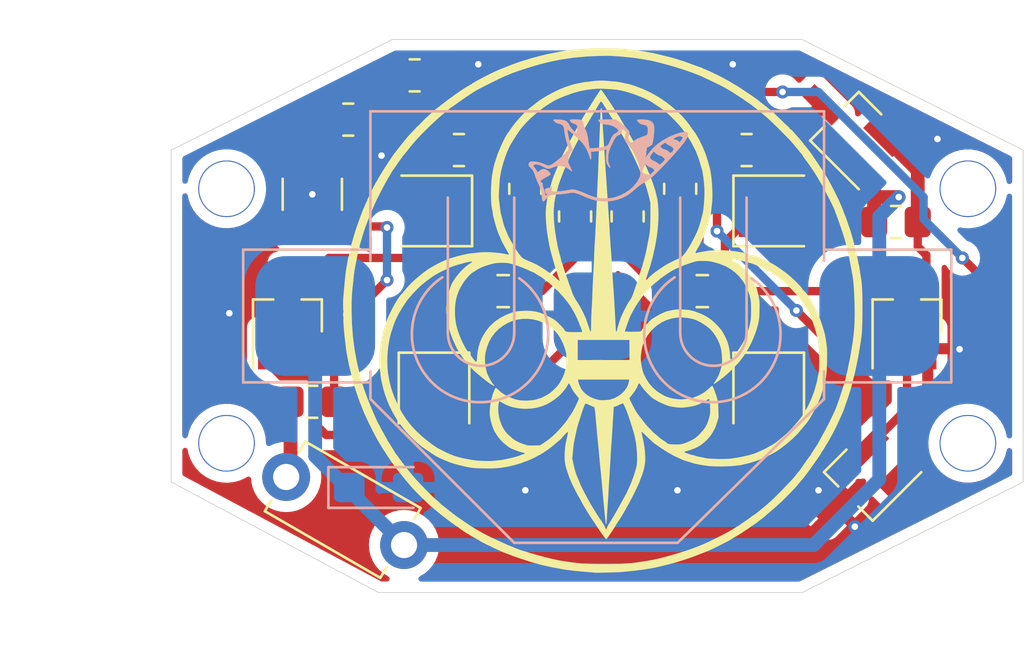
<source format=kicad_pcb>
(kicad_pcb (version 20211014) (generator pcbnew)
  (layers (0 "F.Cu" signal "Front") (31 "B.Cu" signal "Back") (34 "B.Paste" user) (35 "F.Paste" user) (36 "B.SilkS" user "B.Silkscreen") (37 "F.SilkS" user "F.Silkscreen") (38 "B.Mask" user) (39 "F.Mask" user) (44 "Edge.Cuts" user))
  (net 0 "")
  (net 1 "GND")
  (net 2 "Net-(C1-Pad1)")
  (net 3 "Net-(C1-Pad2)")
  (net 4 "Net-(C2-Pad1)")
  (net 5 "Net-(C2-Pad2)")
  (net 6 "Net-(D1-Pad2)")
  (net 7 "Net-(D2-Pad2)")
  (net 8 "Net-(D3-Pad2)")
  (net 9 "Net-(D4-Pad2)")
  (net 10 "Net-(BT1-Pad1)")
  (net 11 "Net-(C4-Pad1)")
  (net 12 "Net-(Q3-Pad1)")
  (net 13 "Net-(Q3-Pad2)")
  (net 14 "Net-(Q4-Pad3)")
  (net 15 "Net-(R7-Pad2)")
  (footprint "Resistor_SMD:R_0805_2012Metric_Pad1.20x1.40mm_HandSolder" (layer "F.Cu") (at 54.737 43.688 90)
    (fp_text reference "R3" hide)
    (fp_text value "10k")
    (pad "1" smd roundrect locked (at -1 0 90) (size 1.2 1.4) (layers "F.Cu" "F.Paste" "F.Mask") (roundrect_rratio 0.208333) (net 3 "Net-(C1-Pad2)"))
    (pad "2" smd roundrect locked (at 1 0 90) (size 1.2 1.4) (layers "F.Cu" "F.Paste" "F.Mask") (roundrect_rratio 0.208333) (net 14 "Net-(Q4-Pad3)"))
  )
  (footprint "Resistor_SMD:R_0805_2012Metric_Pad1.20x1.40mm_HandSolder" (layer "F.Cu") (at 44.323 39.243 180)
    (fp_text reference "R8" hide)
    (fp_text value "22k")
    (pad "1" smd roundrect locked (at -1 0 180) (size 1.2 1.4) (layers "F.Cu" "F.Paste" "F.Mask") (roundrect_rratio 0.208333) (net 12 "Net-(Q3-Pad1)"))
    (pad "2" smd roundrect locked (at 1 0 180) (size 1.2 1.4) (layers "F.Cu" "F.Paste" "F.Mask") (roundrect_rratio 0.208333) (net 11 "Net-(C4-Pad1)"))
  )
  (footprint "LED_SMD:LED_Luminus_MP-3030-1100_3.0x3.0mm" (layer "F.Cu") (at 63.627 51.562 -90)
    (fp_text reference "D4" hide)
    (fp_text value "LED_Small")
    (pad "1" smd rect (at -0.575 0 270) (size 1.6 2.4) (layers "F.Cu" "F.Mask") (net 4 "Net-(C2-Pad1)"))
    (pad "2" smd rect (at 1.375 0 270) (size 0.6 0.5) (layers "F.Cu" "F.Mask") (net 9 "Net-(D4-Pad2)"))
    (pad "2" smd rect (at 1.075 0 270) (size 0.6 2.4) (layers "F.Cu" "F.Mask") (net 9 "Net-(D4-Pad2)"))
  )
  (footprint "Resistor_SMD:R_0805_2012Metric_Pad1.20x1.40mm_HandSolder" (layer "F.Cu") (at 47.371 37.211 180)
    (fp_text reference "R9" hide)
    (fp_text value "100k")
    (pad "1" smd roundrect locked (at -1 0 180) (size 1.2 1.4) (layers "F.Cu" "F.Paste" "F.Mask") (roundrect_rratio 0.208333) (net 1 "GND"))
    (pad "2" smd roundrect locked (at 1 0 180) (size 1.2 1.4) (layers "F.Cu" "F.Paste" "F.Mask") (roundrect_rratio 0.208333) (net 12 "Net-(Q3-Pad1)"))
  )
  (footprint "LOGO" (layer "F.Cu") (at 55.967478 47.695688)
    (fp_text reference "G***" hide)
    (fp_text value "LOGO" hide)
  )
  (footprint "Package_TO_SOT_SMD:SOT-23_Handsoldering" (layer "F.Cu") (at 69.977 48.26 90)
    (fp_text reference "Q2" hide)
    (fp_text value "Q_NPN_BEC (BC817K40E6327HTSA1)")
    (pad "1" smd rect locked (at -1.5 -0.95 90) (size 1.9 0.8) (layers "F.Cu" "F.Paste" "F.Mask") (net 3 "Net-(C1-Pad2)"))
    (pad "2" smd rect locked (at -1.5 0.95 90) (size 1.9 0.8) (layers "F.Cu" "F.Paste" "F.Mask") (net 1 "GND"))
    (pad "3" smd rect locked (at 1.5 0 90) (size 1.9 0.8) (layers "F.Cu" "F.Paste" "F.Mask") (net 4 "Net-(C2-Pad1)"))
  )
  (footprint "Resistor_SMD:R_0805_2012Metric_Pad1.20x1.40mm_HandSolder" (layer "F.Cu") (at 69.469 43.942 180)
    (fp_text reference "R10" hide)
    (fp_text value "1k")
    (pad "1" smd roundrect locked (at -1 0 180) (size 1.2 1.4) (layers "F.Cu" "F.Paste" "F.Mask") (roundrect_rratio 0.208333) (net 13 "Net-(Q3-Pad2)"))
    (pad "2" smd roundrect locked (at 1 0 180) (size 1.2 1.4) (layers "F.Cu" "F.Paste" "F.Mask") (roundrect_rratio 0.208333) (net 10 "Net-(BT1-Pad1)"))
  )
  (footprint "Resistor_SMD:R_0805_2012Metric_Pad1.20x1.40mm_HandSolder" (layer "F.Cu") (at 42.672 52.197 180)
    (fp_text reference "R7" hide)
    (fp_text value "47")
    (pad "1" smd roundrect locked (at -1 0 180) (size 1.2 1.4) (layers "F.Cu" "F.Paste" "F.Mask") (roundrect_rratio 0.208333) (net 11 "Net-(C4-Pad1)"))
    (pad "2" smd roundrect locked (at 1 0 180) (size 1.2 1.4) (layers "F.Cu" "F.Paste" "F.Mask") (roundrect_rratio 0.208333) (net 15 "Net-(R7-Pad2)"))
  )
  (footprint "Capacitor_SMD:C_0805_2012Metric_Pad1.18x1.45mm_HandSolder" (layer "F.Cu") (at 51.435 47.117)
    (fp_text reference "C1" hide)
    (fp_text value "1u")
    (pad "1" smd roundrect locked (at -1.0375 0) (size 1.175 1.45) (layers "F.Cu" "F.Paste" "F.Mask") (roundrect_rratio 0.212766) (net 2 "Net-(C1-Pad1)"))
    (pad "2" smd roundrect locked (at 1.0375 0) (size 1.175 1.45) (layers "F.Cu" "F.Paste" "F.Mask") (roundrect_rratio 0.212766) (net 3 "Net-(C1-Pad2)"))
  )
  (footprint "Resistor_SMD:R_0805_2012Metric_Pad1.20x1.40mm_HandSolder" (layer "F.Cu") (at 59.563 42.418 90)
    (fp_text reference "R6" hide)
    (fp_text value "100")
    (pad "1" smd roundrect locked (at -1 0 90) (size 1.2 1.4) (layers "F.Cu" "F.Paste" "F.Mask") (roundrect_rratio 0.208333) (net 9 "Net-(D4-Pad2)"))
    (pad "2" smd roundrect locked (at 1 0 90) (size 1.2 1.4) (layers "F.Cu" "F.Paste" "F.Mask") (roundrect_rratio 0.208333) (net 14 "Net-(Q4-Pad3)"))
  )
  (footprint "Resistor_SMD:R_0805_2012Metric_Pad1.20x1.40mm_HandSolder" (layer "F.Cu") (at 57.15 43.688 90)
    (fp_text reference "R4" hide)
    (fp_text value "10k")
    (pad "1" smd roundrect locked (at -1 0 90) (size 1.2 1.4) (layers "F.Cu" "F.Paste" "F.Mask") (roundrect_rratio 0.208333) (net 5 "Net-(C2-Pad2)"))
    (pad "2" smd roundrect locked (at 1 0 90) (size 1.2 1.4) (layers "F.Cu" "F.Paste" "F.Mask") (roundrect_rratio 0.208333) (net 14 "Net-(Q4-Pad3)"))
  )
  (footprint "Resistor_SMD:R_0805_2012Metric_Pad1.20x1.40mm_HandSolder" (layer "F.Cu") (at 62.611 40.64 180)
    (fp_text reference "R5" hide)
    (fp_text value "100")
    (pad "1" smd roundrect locked (at -1 0 180) (size 1.2 1.4) (layers "F.Cu" "F.Paste" "F.Mask") (roundrect_rratio 0.208333) (net 8 "Net-(D3-Pad2)"))
    (pad "2" smd roundrect locked (at 1 0 180) (size 1.2 1.4) (layers "F.Cu" "F.Paste" "F.Mask") (roundrect_rratio 0.208333) (net 14 "Net-(Q4-Pad3)"))
  )
  (footprint "Capacitor_SMD:C_1210_3225Metric" (layer "F.Cu") (at 42.672 42.672 90)
    (fp_text reference "C4" hide)
    (fp_text value "100u")
    (pad "1" smd roundrect locked (at -1.475 0 90) (size 1.15 2.7) (layers "F.Cu" "F.Paste" "F.Mask") (roundrect_rratio 0.217391) (net 11 "Net-(C4-Pad1)"))
    (pad "2" smd roundrect locked (at 1.475 0 90) (size 1.15 2.7) (layers "F.Cu" "F.Paste" "F.Mask") (roundrect_rratio 0.217391) (net 1 "GND"))
  )
  (footprint "Package_TO_SOT_SMD:SOT-23_Handsoldering" (layer "F.Cu") (at 41.529 48.26 90)
    (fp_text reference "Q1" hide)
    (fp_text value "Q_NPN_BEC (BC817K40E6327HTSA1)")
    (pad "1" smd rect locked (at -1.5 -0.95 90) (size 1.9 0.8) (layers "F.Cu" "F.Paste" "F.Mask") (net 5 "Net-(C2-Pad2)"))
    (pad "2" smd rect locked (at -1.5 0.95 90) (size 1.9 0.8) (layers "F.Cu" "F.Paste" "F.Mask") (net 1 "GND"))
    (pad "3" smd rect locked (at 1.5 0 90) (size 1.9 0.8) (layers "F.Cu" "F.Paste" "F.Mask") (net 2 "Net-(C1-Pad1)"))
  )
  (footprint "Package_TO_SOT_SMD:SOT-23_Handsoldering" (layer "F.Cu") (at 67.183 39.624 135)
    (fp_text reference "Q4" hide)
    (fp_text value "Q_PMOS_DGS")
    (pad "1" smd rect locked (at -1.5 -0.95 135) (size 1.9 0.8) (layers "F.Cu" "F.Paste" "F.Mask") (net 10 "Net-(BT1-Pad1)"))
    (pad "2" smd rect locked (at -1.5 0.95 135) (size 1.9 0.8) (layers "F.Cu" "F.Paste" "F.Mask") (net 13 "Net-(Q3-Pad2)"))
    (pad "3" smd rect locked (at 1.5 0 135) (size 1.9 0.8) (layers "F.Cu" "F.Paste" "F.Mask") (net 14 "Net-(Q4-Pad3)"))
  )
  (footprint "Package_TO_SOT_SMD:SOT-23_Handsoldering" (layer "F.Cu") (at 67.818 56.007 -135)
    (fp_text reference "Q3" hide)
    (fp_text value "NPN_Darlington")
    (pad "1" smd rect locked (at -1.5 -0.95 225) (size 1.9 0.8) (layers "F.Cu" "F.Paste" "F.Mask") (net 12 "Net-(Q3-Pad1)"))
    (pad "2" smd rect locked (at -1.5 0.95 225) (size 1.9 0.8) (layers "F.Cu" "F.Paste" "F.Mask") (net 13 "Net-(Q3-Pad2)"))
    (pad "3" smd rect locked (at 1.5 0 225) (size 1.9 0.8) (layers "F.Cu" "F.Paste" "F.Mask") (net 1 "GND"))
  )
  (footprint "Button_Switch_SMD:SW_SPST_CK_RS282G05A3" (layer "F.Cu") (at 44.069 57.15 -30)
    (fp_text reference "SW1" hide)
    (fp_text value "GO")
    (pad "1" thru_hole circle (at -3 0 330) (size 2.2 2.2) (drill 1.2) (layers *.Cu *.Mask) (net 15 "Net-(R7-Pad2)"))
    (pad "2" thru_hole circle (at 3.25 0 330) (size 2.2 2.2) (drill 1.2) (layers *.Cu *.Mask) (net 10 "Net-(BT1-Pad1)"))
  )
  (footprint "Resistor_SMD:R_0805_2012Metric_Pad1.20x1.40mm_HandSolder" (layer "F.Cu") (at 49.403 40.64)
    (fp_text reference "R2" hide)
    (fp_text value "100")
    (pad "1" smd roundrect locked (at -1 0) (size 1.2 1.4) (layers "F.Cu" "F.Paste" "F.Mask") (roundrect_rratio 0.208333) (net 7 "Net-(D2-Pad2)"))
    (pad "2" smd roundrect locked (at 1 0) (size 1.2 1.4) (layers "F.Cu" "F.Paste" "F.Mask") (roundrect_rratio 0.208333) (net 14 "Net-(Q4-Pad3)"))
  )
  (footprint "LED_SMD:LED_Luminus_MP-3030-1100_3.0x3.0mm" (layer "F.Cu") (at 48.387 43.434 180)
    (fp_text reference "D2" hide)
    (fp_text value "LED_Small")
    (pad "1" smd rect (at -0.575 0 180) (size 1.6 2.4) (layers "F.Cu" "F.Mask") (net 2 "Net-(C1-Pad1)"))
    (pad "2" smd rect (at 1.375 0 180) (size 0.6 0.5) (layers "F.Cu" "F.Mask") (net 7 "Net-(D2-Pad2)"))
    (pad "2" smd rect (at 1.075 0 180) (size 0.6 2.4) (layers "F.Cu" "F.Mask") (net 7 "Net-(D2-Pad2)"))
  )
  (footprint "Capacitor_SMD:C_0805_2012Metric_Pad1.18x1.45mm_HandSolder" (layer "F.Cu") (at 60.579 47.117 180)
    (fp_text reference "C2" hide)
    (fp_text value "1u")
    (pad "1" smd roundrect locked (at -1.0375 0 180) (size 1.175 1.45) (layers "F.Cu" "F.Paste" "F.Mask") (roundrect_rratio 0.212766) (net 4 "Net-(C2-Pad1)"))
    (pad "2" smd roundrect locked (at 1.0375 0 180) (size 1.175 1.45) (layers "F.Cu" "F.Paste" "F.Mask") (roundrect_rratio 0.212766) (net 5 "Net-(C2-Pad2)"))
  )
  (footprint "LED_SMD:LED_Luminus_MP-3030-1100_3.0x3.0mm" (layer "F.Cu") (at 63.627 43.434)
    (fp_text reference "D3" hide)
    (fp_text value "LED_Small")
    (pad "1" smd rect (at -0.575 0) (size 1.6 2.4) (layers "F.Cu" "F.Mask") (net 4 "Net-(C2-Pad1)"))
    (pad "2" smd rect (at 1.075 0) (size 0.6 2.4) (layers "F.Cu" "F.Mask") (net 8 "Net-(D3-Pad2)"))
    (pad "2" smd rect (at 1.375 0) (size 0.6 0.5) (layers "F.Cu" "F.Mask") (net 8 "Net-(D3-Pad2)"))
  )
  (footprint "Resistor_SMD:R_0805_2012Metric_Pad1.20x1.40mm_HandSolder" (layer "F.Cu") (at 52.451 42.418 90)
    (fp_text reference "R1" hide)
    (fp_text value "100")
    (pad "1" smd roundrect locked (at -1 0 90) (size 1.2 1.4) (layers "F.Cu" "F.Paste" "F.Mask") (roundrect_rratio 0.208333) (net 6 "Net-(D1-Pad2)"))
    (pad "2" smd roundrect locked (at 1 0 90) (size 1.2 1.4) (layers "F.Cu" "F.Paste" "F.Mask") (roundrect_rratio 0.208333) (net 14 "Net-(Q4-Pad3)"))
  )
  (footprint "LED_SMD:LED_Luminus_MP-3030-1100_3.0x3.0mm" (layer "F.Cu") (at 48.26 51.562 -90)
    (fp_text reference "D1" hide)
    (fp_text value "LED_Small")
    (pad "1" smd rect (at -0.575 0 270) (size 1.6 2.4) (layers "F.Cu" "F.Mask") (net 2 "Net-(C1-Pad1)"))
    (pad "2" smd rect (at 1.375 0 270) (size 0.6 0.5) (layers "F.Cu" "F.Mask") (net 6 "Net-(D1-Pad2)"))
    (pad "2" smd rect (at 1.075 0 270) (size 0.6 2.4) (layers "F.Cu" "F.Mask") (net 6 "Net-(D1-Pad2)"))
  )
  (footprint "custom:2032 battery clip" (layer "B.Cu") (at 55.753 48.26 180)
    (fp_text reference "BT1" hide)
    (fp_text value "2032")
    (pad "1" smd roundrect locked (at 12.95 0 180) (size 5.5 5.5) (layers "B.Cu" "B.Paste" "B.Mask") (net 10 "Net-(BT1-Pad1)"))
    (pad "1" smd roundrect locked (at -12.95 0 180) (size 5.5 5.5) (layers "B.Cu" "B.Paste" "B.Mask") (net 10 "Net-(BT1-Pad1)"))
    (pad "2" smd roundrect locked (at 0 0 180) (size 4 4) (layers "B.Cu" "B.Paste" "B.Mask") (net 1 "GND"))
  )
  (footprint "Capacitor_Tantalum_SMD:CP_EIA-3216-18_Kemet-A" (layer "B.Cu") (at 45.72 56.134)
    (fp_text reference "C3" hide)
    (fp_text value "10u")
    (pad "1" smd roundrect locked (at -1.35 0) (size 1.4 1.35) (layers "B.Cu" "B.Paste" "B.Mask") (roundrect_rratio 0.185185) (net 10 "Net-(BT1-Pad1)"))
    (pad "2" smd roundrect locked (at 1.35 0) (size 1.4 1.35) (layers "B.Cu" "B.Paste" "B.Mask") (roundrect_rratio 0.185185) (net 1 "GND"))
  )
  (footprint "custom:_Racoon_small" (layer "B.Cu") (at 55.727168 44.086411)
    (fp_text reference "S1" hide)
    (fp_text value "Coon_small" hide)
  )
  (gr_line (start 36.195 55.88) (end 36.195 40.64) (layer "Edge.Cuts") (width 0.0381))
  (gr_line (start 65.151 60.96) (end 45.72 60.96) (layer "Edge.Cuts") (width 0.0381))
  (gr_line (start 45.72 60.96) (end 36.195 55.88) (layer "Edge.Cuts") (width 0.0381))
  (gr_line (start 75.311 55.88) (end 65.151 60.96) (layer "Edge.Cuts") (width 0.0381))
  (gr_line (start 36.195 40.64) (end 46.355 35.56) (layer "Edge.Cuts") (width 0.0381))
  (gr_line (start 46.355 35.56) (end 65.151 35.56) (layer "Edge.Cuts") (width 0.0381))
  (gr_line (start 75.311 40.64) (end 75.311 55.88) (layer "Edge.Cuts") (width 0.0381))
  (gr_line (start 65.151 35.56) (end 75.311 40.64) (layer "Edge.Cuts") (width 0.0381))
  (via locked (at 72.771 42.418) (size 2.6) (drill 2.5) (layers "F.Cu" "B.Cu") (net 0))
  (via locked (at 38.735 54.102) (size 2.6) (drill 2.5) (layers "F.Cu" "B.Cu") (net 0))
  (via locked (at 72.771 54.102) (size 2.6) (drill 2.5) (layers "F.Cu" "B.Cu") (net 0))
  (via locked (at 38.735 42.418) (size 2.6) (drill 2.5) (layers "F.Cu" "B.Cu") (net 0))
  (segment (start 66.71966 57.06766) (end 65.913 56.261) (width 0.381) (layer "F.Cu") (net 1))
  (segment (start 42.479 48.575) (end 42.037 48.133) (width 0.381) (layer "F.Cu") (net 1))
  (segment (start 72.366 49.76) (end 72.39 49.784) (width 0.381) (layer "F.Cu") (net 1))
  (segment (start 66.75734 57.06766) (end 66.71966 57.06766) (width 0.381) (layer "F.Cu") (net 1))
  (segment (start 42.479 49.76) (end 42.479 48.575) (width 0.381) (layer "F.Cu") (net 1))
  (segment (start 66.75734 57.06766) (end 66.75734 57.10534) (width 0.381) (layer "F.Cu") (net 1))
  (segment (start 70.927 49.76) (end 72.366 49.76) (width 0.381) (layer "F.Cu") (net 1))
  (segment (start 66.75734 57.10534) (end 67.582088 57.930088) (width 0.381) (layer "F.Cu") (net 1))
  (segment (start 42.037 48.133) (end 38.862 48.133) (width 0.381) (layer "F.Cu") (net 1))
  (segment (start 42.672 41.197) (end 42.672 42.672) (width 0.381) (layer "F.Cu") (net 1))
  (via (at 42.672 42.672) (size 0.6) (drill 0.3) (layers "F.Cu" "B.Cu") (net 1))
  (via (at 67.582088 57.930088) (size 0.6) (drill 0.3) (layers "F.Cu" "B.Cu") (net 1))
  (via (at 61.976 36.703) (size 0.6) (drill 0.3) (layers "F.Cu" "B.Cu") (net 1))
  (via (at 50.292 36.703) (size 0.6) (drill 0.3) (layers "F.Cu" "B.Cu") (net 1))
  (via (at 52.451 56.261) (size 0.6) (drill 0.3) (layers "F.Cu" "B.Cu") (net 1))
  (via (at 38.862 48.133) (size 0.6) (drill 0.3) (layers "F.Cu" "B.Cu") (net 1))
  (via (at 65.913 56.261) (size 0.6) (drill 0.3) (layers "F.Cu" "B.Cu") (net 1))
  (via (at 72.39 49.784) (size 0.6) (drill 0.3) (layers "F.Cu" "B.Cu") (net 1))
  (via (at 45.847 40.894) (size 0.6) (drill 0.3) (layers "F.Cu" "B.Cu") (net 1))
  (via (at 71.374 40.132) (size 0.6) (drill 0.3) (layers "F.Cu" "B.Cu") (net 1))
  (via (at 59.436 56.261) (size 0.6) (drill 0.3) (layers "F.Cu" "B.Cu") (net 1))
  (segment (start 43.434 45.593) (end 42.267 46.76) (width 0.381) (layer "F.Cu") (net 2))
  (segment (start 48.26 50.038) (end 50.3975 47.9005) (width 0.381) (layer "F.Cu") (net 2))
  (segment (start 50.3975 44.8695) (end 48.962 43.434) (width 0.381) (layer "F.Cu") (net 2))
  (segment (start 50.3975 47.9005) (end 50.3975 47.117) (width 0.381) (layer "F.Cu") (net 2))
  (segment (start 42.267 46.76) (end 41.529 46.76) (width 0.381) (layer "F.Cu") (net 2))
  (segment (start 50.3975 47.117) (end 49.53 47.117) (width 0.381) (layer "F.Cu") (net 2))
  (segment (start 50.3975 47.117) (end 50.3975 44.8695) (width 0.381) (layer "F.Cu") (net 2))
  (segment (start 49.53 47.117) (end 48.006 45.593) (width 0.381) (layer "F.Cu") (net 2))
  (segment (start 48.26 50.987) (end 48.26 50.038) (width 0.381) (layer "F.Cu") (net 2))
  (segment (start 48.006 45.593) (end 43.434 45.593) (width 0.381) (layer "F.Cu") (net 2))
  (segment (start 54.737 44.688) (end 54.737 45.593) (width 0.381) (layer "F.Cu") (net 3))
  (segment (start 61.252215 43.218215) (end 61.252215 44.361215) (width 0.381) (layer "F.Cu") (net 3))
  (segment (start 66.651 49.76) (end 69.027 49.76) (width 0.381) (layer "F.Cu") (net 3))
  (segment (start 58.293 42.799) (end 58.674 42.418) (width 0.381) (layer "F.Cu") (net 3))
  (segment (start 53.213 47.117) (end 52.4725 47.117) (width 0.381) (layer "F.Cu") (net 3))
  (segment (start 54.737 45.593) (end 53.213 47.117) (width 0.381) (layer "F.Cu") (net 3))
  (segment (start 60.452 42.418) (end 61.252215 43.218215) (width 0.381) (layer "F.Cu") (net 3))
  (segment (start 57.912 43.688) (end 58.293 43.307) (width 0.381) (layer "F.Cu") (net 3))
  (segment (start 54.737 44.688) (end 55.737 43.688) (width 0.381) (layer "F.Cu") (net 3))
  (segment (start 58.674 42.418) (end 60.452 42.418) (width 0.381) (layer "F.Cu") (net 3))
  (segment (start 64.897 48.006) (end 66.651 49.76) (width 0.381) (layer "F.Cu") (net 3))
  (segment (start 58.293 43.307) (end 58.293 42.799) (width 0.381) (layer "F.Cu") (net 3))
  (segment (start 55.737 43.688) (end 57.912 43.688) (width 0.381) (layer "F.Cu") (net 3))
  (via (at 61.252215 44.361215) (size 0.6) (drill 0.3) (layers "F.Cu" "B.Cu") (net 3))
  (via (at 64.897 48.006) (size 0.6) (drill 0.3) (layers "F.Cu" "B.Cu") (net 3))
  (segment (start 64.897 48.006) (end 61.252215 44.361215) (width 0.381) (layer "B.Cu") (net 3))
  (segment (start 63.627 50.038) (end 61.6165 48.0275) (width 0.381) (layer "F.Cu") (net 4))
  (segment (start 61.6165 48.0275) (end 61.6165 47.117) (width 0.381) (layer "F.Cu") (net 4))
  (segment (start 69.977 46.76) (end 69.318 46.76) (width 0.381) (layer "F.Cu") (net 4))
  (segment (start 68.961 47.117) (end 61.6165 47.117) (width 0.381) (layer "F.Cu") (net 4))
  (segment (start 69.318 46.76) (end 68.961 47.117) (width 0.381) (layer "F.Cu") (net 4))
  (segment (start 61.6165 44.8695) (end 63.052 43.434) (width 0.381) (layer "F.Cu") (net 4))
  (segment (start 63.627 51.114) (end 63.627 50.038) (width 0.381) (layer "F.Cu") (net 4))
  (segment (start 61.6165 47.117) (end 61.6165 44.8695) (width 0.381) (layer "F.Cu") (net 4))
  (segment (start 55.88 45.339) (end 55.88 48.133) (width 0.381) (layer "F.Cu") (net 5))
  (segment (start 43.307 53.721) (end 42.75498 53.16898) (width 0.381) (layer "F.Cu") (net 5))
  (segment (start 58.674 47.117) (end 59.5415 47.117) (width 0.381) (layer "F.Cu") (net 5))
  (segment (start 57.15 44.688) (end 57.15 45.593) (width 0.381) (layer "F.Cu") (net 5))
  (segment (start 42.518011 51.027011) (end 41.248011 51.027011) (width 0.381) (layer "F.Cu") (net 5))
  (segment (start 57.15 44.688) (end 56.531 44.688) (width 0.381) (layer "F.Cu") (net 5))
  (segment (start 42.75498 51.26398) (end 42.518011 51.027011) (width 0.381) (layer "F.Cu") (net 5))
  (segment (start 56.531 44.688) (end 55.88 45.339) (width 0.381) (layer "F.Cu") (net 5))
  (segment (start 55.88 48.133) (end 50.292 53.721) (width 0.381) (layer "F.Cu") (net 5))
  (segment (start 41.248011 51.027011) (end 40.579 50.358) (width 0.381) (layer "F.Cu") (net 5))
  (segment (start 57.15 45.593) (end 58.674 47.117) (width 0.381) (layer "F.Cu") (net 5))
  (segment (start 42.75498 53.16898) (end 42.75498 51.26398) (width 0.381) (layer "F.Cu") (net 5))
  (segment (start 50.292 53.721) (end 43.307 53.721) (width 0.381) (layer "F.Cu") (net 5))
  (segment (start 40.579 50.358) (end 40.579 49.76) (width 0.381) (layer "F.Cu") (net 5))
  (segment (start 51.56798 51.04204) (end 49.97302 52.637) (width 0.381) (layer "F.Cu") (net 6))
  (segment (start 51.56798 44.31702) (end 51.56798 51.04204) (width 0.381) (layer "F.Cu") (net 6))
  (segment (start 52.451 43.418) (end 52.451 43.434) (width 0.381) (layer "F.Cu") (net 6))
  (segment (start 52.451 43.434) (end 51.56798 44.31702) (width 0.381) (layer "F.Cu") (net 6))
  (segment (start 49.97302 52.637) (end 48.26 52.637) (width 0.381) (layer "F.Cu") (net 6))
  (segment (start 47.312 41.731) (end 47.312 43.434) (width 0.381) (layer "F.Cu") (net 7))
  (segment (start 48.403 40.64) (end 47.312 41.731) (width 0.381) (layer "F.Cu") (net 7))
  (segment (start 63.611 40.64) (end 64.702 41.731) (width 0.381) (layer "F.Cu") (net 8))
  (segment (start 64.702 41.731) (end 64.702 43.434) (width 0.381) (layer "F.Cu") (net 8))
  (segment (start 60.44602 44.30102) (end 60.44602 51.04802) (width 0.381) (layer "F.Cu") (net 9))
  (segment (start 59.563 43.418) (end 60.44602 44.30102) (width 0.381) (layer "F.Cu") (net 9))
  (segment (start 62.035 52.637) (end 63.627 52.637) (width 0.381) (layer "F.Cu") (net 9))
  (segment (start 60.44602 51.04802) (end 62.035 52.637) (width 0.381) (layer "F.Cu") (net 9))
  (segment (start 69.596 42.799) (end 68.469 42.799) (width 0.635) (layer "F.Cu") (net 10))
  (segment (start 68.469 42.253503) (end 67.571909 41.356412) (width 0.635) (layer "F.Cu") (net 10))
  (segment (start 68.469 43.942) (end 68.469 42.253503) (width 0.635) (layer "F.Cu") (net 10))
  (segment (start 68.469 42.799) (end 68.469 43.942) (width 0.635) (layer "F.Cu") (net 10))
  (via (at 69.596 42.799) (size 0.6) (drill 0.3) (layers "F.Cu" "B.Cu") (net 10))
  (segment (start 65.685 58.775) (end 68.703 55.757) (width 0.635) (layer "B.Cu") (net 10))
  (segment (start 69.596 42.799) (end 68.703 43.692) (width 0.635) (layer "B.Cu") (net 10))
  (segment (start 68.703 55.757) (end 68.703 48.26) (width 0.635) (layer "B.Cu") (net 10))
  (segment (start 42.803 54.694417) (end 46.883583 58.775) (width 0.635) (layer "B.Cu") (net 10))
  (segment (start 46.883583 58.775) (end 65.685 58.775) (width 0.635) (layer "B.Cu") (net 10))
  (segment (start 42.803 48.26) (end 42.803 54.694417) (width 0.635) (layer "B.Cu") (net 10))
  (segment (start 68.703 43.692) (end 68.703 48.26) (width 0.635) (layer "B.Cu") (net 10))
  (segment (start 43.672 49.038) (end 43.672 52.197) (width 0.381) (layer "F.Cu") (net 11))
  (segment (start 41.402 39.243) (end 40.767 39.878) (width 0.381) (layer "F.Cu") (net 11))
  (segment (start 43.323 39.243) (end 41.402 39.243) (width 0.381) (layer "F.Cu") (net 11))
  (segment (start 46.052 44.147) (end 42.672 44.147) (width 0.381) (layer "F.Cu") (net 11))
  (segment (start 40.767 43.815) (end 41.099 44.147) (width 0.381) (layer "F.Cu") (net 11))
  (segment (start 41.099 44.147) (end 42.418 44.147) (width 0.381) (layer "F.Cu") (net 11))
  (segment (start 46.101 44.196) (end 46.052 44.147) (width 0.381) (layer "F.Cu") (net 11))
  (segment (start 46.101 46.609) (end 43.672 49.038) (width 0.381) (layer "F.Cu") (net 11))
  (segment (start 40.767 39.878) (end 40.767 43.815) (width 0.381) (layer "F.Cu") (net 11))
  (via (at 46.101 44.196) (size 0.6) (drill 0.3) (layers "F.Cu" "B.Cu") (net 11))
  (via (at 46.101 46.609) (size 0.6) (drill 0.3) (layers "F.Cu" "B.Cu") (net 11))
  (segment (start 46.101 44.196) (end 46.101 46.609) (width 0.381) (layer "B.Cu") (net 11))
  (segment (start 48.387 39.243) (end 45.323 39.243) (width 0.381) (layer "F.Cu") (net 12))
  (segment (start 70.485 53.213) (end 70.485 54.683503) (width 0.381) (layer "F.Cu") (net 12))
  (segment (start 73.152 50.546) (end 70.485 53.213) (width 0.381) (layer "F.Cu") (net 12))
  (segment (start 49.657 37.973) (end 48.387 39.243) (width 0.381) (layer "F.Cu") (net 12))
  (segment (start 70.485 54.683503) (end 69.550412 55.618091) (width 0.381) (layer "F.Cu") (net 12))
  (segment (start 73.152 46.228) (end 73.152 50.546) (width 0.381) (layer "F.Cu") (net 12))
  (segment (start 45.323 38.259) (end 45.323 39.243) (width 0.381) (layer "F.Cu") (net 12))
  (segment (start 72.517 45.593) (end 73.152 46.228) (width 0.381) (layer "F.Cu") (net 12))
  (segment (start 64.262 37.973) (end 49.657 37.973) (width 0.381) (layer "F.Cu") (net 12))
  (segment (start 46.371 37.211) (end 45.323 38.259) (width 0.381) (layer "F.Cu") (net 12))
  (via (at 64.262 37.973) (size 0.6) (drill 0.3) (layers "F.Cu" "B.Cu") (net 12))
  (via (at 72.517 45.593) (size 0.6) (drill 0.3) (layers "F.Cu" "B.Cu") (net 12))
  (segment (start 65.913 37.973) (end 64.262 37.973) (width 0.381) (layer "B.Cu") (net 12))
  (segment (start 70.739 43.815) (end 70.739 42.799) (width 0.381) (layer "B.Cu") (net 12))
  (segment (start 70.739 42.799) (end 65.913 37.973) (width 0.381) (layer "B.Cu") (net 12))
  (segment (start 72.517 45.593) (end 70.739 43.815) (width 0.381) (layer "B.Cu") (net 12))
  (segment (start 69.977 48.768) (end 70.866 47.879) (width 0.381) (layer "F.Cu") (net 13))
  (segment (start 70.469 41.566497) (end 68.915412 40.012909) (width 0.635) (layer "F.Cu") (net 13))
  (segment (start 69.977 52.504497) (end 69.977 48.768) (width 0.381) (layer "F.Cu") (net 13))
  (segment (start 70.866 45.466) (end 70.469 45.069) (width 0.381) (layer "F.Cu") (net 13))
  (segment (start 70.469 43.942) (end 70.469 41.566497) (width 0.635) (layer "F.Cu") (net 13))
  (segment (start 70.469 45.069) (end 70.469 43.942) (width 0.381) (layer "F.Cu") (net 13))
  (segment (start 70.866 47.879) (end 70.866 45.466) (width 0.381) (layer "F.Cu") (net 13))
  (segment (start 68.206909 54.274588) (end 69.977 52.504497) (width 0.381) (layer "F.Cu") (net 13))
  (segment (start 51.181 41.418) (end 50.403 40.64) (width 0.381) (layer "F.Cu") (net 14))
  (segment (start 60.833 41.418) (end 61.611 40.64) (width 0.381) (layer "F.Cu") (net 14))
  (segment (start 54.737 42.688) (end 57.15 42.688) (width 0.381) (layer "F.Cu") (net 14))
  (segment (start 54.737 42.672) (end 53.483 41.418) (width 0.381) (layer "F.Cu") (net 14))
  (segment (start 57.15 42.688) (end 58.42 41.418) (width 0.381) (layer "F.Cu") (net 14))
  (segment (start 63.008 39.243) (end 65.44268 39.243) (width 0.635) (layer "F.Cu") (net 14))
  (segment (start 59.563 41.418) (end 60.833 41.418) (width 0.381) (layer "F.Cu") (net 14))
  (segment (start 53.483 41.418) (end 52.451 41.418) (width 0.381) (layer "F.Cu") (net 14))
  (segment (start 54.737 42.688) (end 54.737 42.672) (width 0.381) (layer "F.Cu") (net 14))
  (segment (start 61.611 40.64) (end 63.008 39.243) (width 0.635) (layer "F.Cu") (net 14))
  (segment (start 58.42 41.418) (end 59.563 41.418) (width 0.381) (layer "F.Cu") (net 14))
  (segment (start 52.451 41.418) (end 51.181 41.418) (width 0.381) (layer "F.Cu") (net 14))
  (segment (start 65.44268 39.243) (end 66.12234 38.56334) (width 0.635) (layer "F.Cu") (net 14))
  (segment (start 41.672 52.197) (end 41.672 55.448924) (width 0.635) (layer "F.Cu") (net 15))
  (segment (start 41.672 55.448924) (end 41.470924 55.65) (width 0.635) (layer "F.Cu") (net 15))
  (zone (net 1) (net_name "GND") (layer "F.Cu") (connect_pads (clearance 0.508)) (min_thickness 0.254) (fill yes (thermal_gap 0.508) (thermal_bridge_width 0.508))
    (polygon (pts (xy 75.311 55.88) (xy 65.151 60.96) (xy 45.72 60.96) (xy 36.195 55.88) (xy 36.195 40.64) (xy 46.355 35.56) (xy 65.151 35.56) (xy 75.311 40.64)))
  )
  (zone (net 1) (net_name "GND") (layer "B.Cu") (connect_pads (clearance 0.508)) (min_thickness 0.254) (fill yes (thermal_gap 0.508) (thermal_bridge_width 0.508))
    (polygon (pts (xy 75.311 40.64) (xy 75.311 55.88) (xy 65.151 60.96) (xy 45.72 60.96) (xy 36.195 55.88) (xy 36.195 40.64) (xy 46.355 35.56) (xy 65.151 35.56)))
  )
)
</source>
